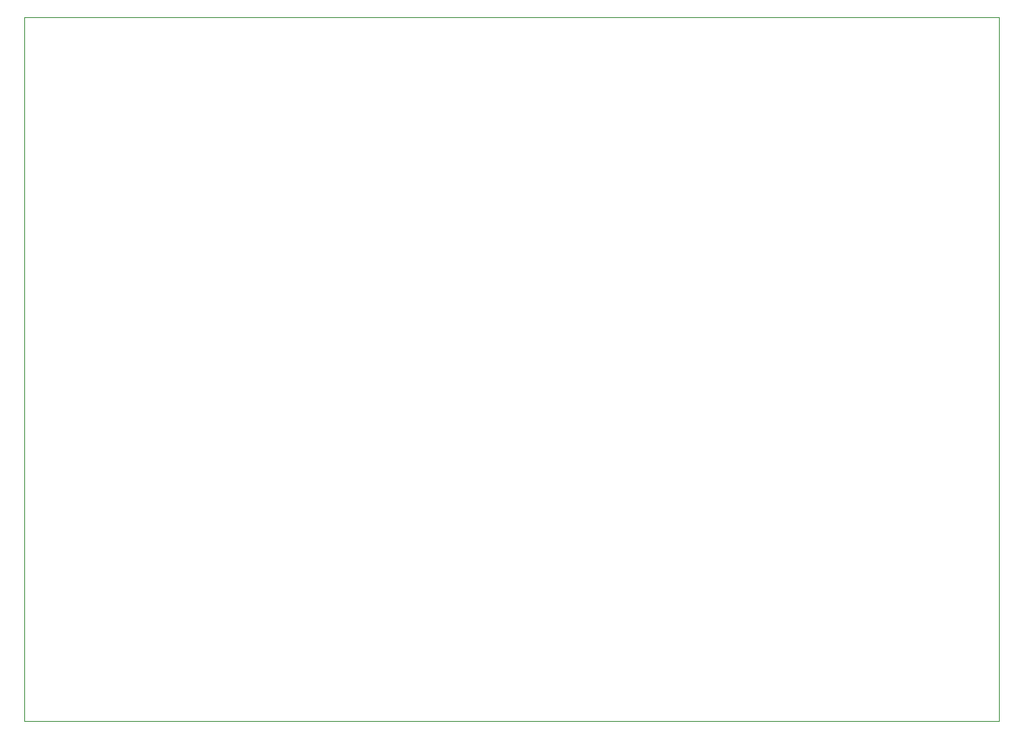
<source format=gbr>
G04 #@! TF.GenerationSoftware,KiCad,Pcbnew,5.1.2-f72e74a~84~ubuntu18.04.1*
G04 #@! TF.CreationDate,2020-01-13T19:42:10-05:00*
G04 #@! TF.ProjectId,ib4,6962342e-6b69-4636-9164-5f7063625858,rev?*
G04 #@! TF.SameCoordinates,PX60e4b0PY4775750*
G04 #@! TF.FileFunction,Profile,NP*
%FSLAX46Y46*%
G04 Gerber Fmt 4.6, Leading zero omitted, Abs format (unit mm)*
G04 Created by KiCad (PCBNEW 5.1.2-f72e74a~84~ubuntu18.04.1) date 2020-01-13 19:42:10*
%MOMM*%
%LPD*%
G04 APERTURE LIST*
%ADD10C,0.050000*%
G04 APERTURE END LIST*
D10*
X105410000Y0D02*
X105410000Y76200000D01*
X0Y0D02*
X105410000Y0D01*
X0Y76200000D02*
X0Y0D01*
X105410000Y76200000D02*
X0Y76200000D01*
M02*

</source>
